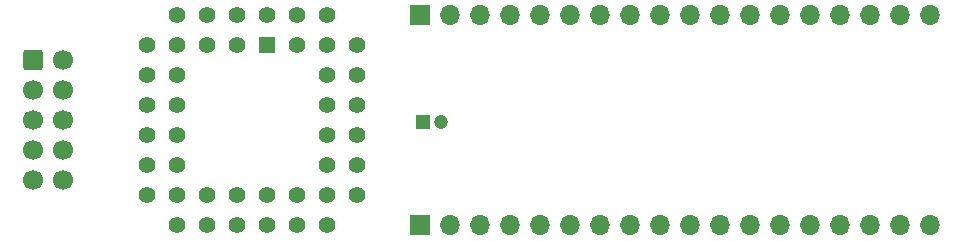
<source format=gts>
G04 #@! TF.GenerationSoftware,KiCad,Pcbnew,7.0.5-0*
G04 #@! TF.CreationDate,2023-07-03T20:49:06+02:00*
G04 #@! TF.ProjectId,atf1504_plcc44_breakout,61746631-3530-4345-9f70-6c636334345f,A*
G04 #@! TF.SameCoordinates,Original*
G04 #@! TF.FileFunction,Soldermask,Top*
G04 #@! TF.FilePolarity,Negative*
%FSLAX46Y46*%
G04 Gerber Fmt 4.6, Leading zero omitted, Abs format (unit mm)*
G04 Created by KiCad (PCBNEW 7.0.5-0) date 2023-07-03 20:49:06*
%MOMM*%
%LPD*%
G01*
G04 APERTURE LIST*
G04 Aperture macros list*
%AMRoundRect*
0 Rectangle with rounded corners*
0 $1 Rounding radius*
0 $2 $3 $4 $5 $6 $7 $8 $9 X,Y pos of 4 corners*
0 Add a 4 corners polygon primitive as box body*
4,1,4,$2,$3,$4,$5,$6,$7,$8,$9,$2,$3,0*
0 Add four circle primitives for the rounded corners*
1,1,$1+$1,$2,$3*
1,1,$1+$1,$4,$5*
1,1,$1+$1,$6,$7*
1,1,$1+$1,$8,$9*
0 Add four rect primitives between the rounded corners*
20,1,$1+$1,$2,$3,$4,$5,0*
20,1,$1+$1,$4,$5,$6,$7,0*
20,1,$1+$1,$6,$7,$8,$9,0*
20,1,$1+$1,$8,$9,$2,$3,0*%
G04 Aperture macros list end*
%ADD10C,1.200000*%
%ADD11R,1.200000X1.200000*%
%ADD12R,1.422400X1.422400*%
%ADD13C,1.422400*%
%ADD14C,1.700000*%
%ADD15RoundRect,0.250000X-0.600000X-0.600000X0.600000X-0.600000X0.600000X0.600000X-0.600000X0.600000X0*%
%ADD16R,1.700000X1.700000*%
%ADD17O,1.700000X1.700000*%
G04 APERTURE END LIST*
D10*
X131333401Y-62357000D03*
D11*
X129833401Y-62357000D03*
D12*
X116586000Y-55880000D03*
D13*
X114046000Y-53340000D03*
X114046000Y-55880000D03*
X111506000Y-53340000D03*
X111506000Y-55880000D03*
X108966000Y-53340000D03*
X106426000Y-55880000D03*
X108966000Y-55880000D03*
X106426000Y-58420000D03*
X108966000Y-58420000D03*
X106426000Y-60960000D03*
X108966000Y-60960000D03*
X106426000Y-63500000D03*
X108966000Y-63500000D03*
X106426000Y-66040000D03*
X108966000Y-66040000D03*
X106426000Y-68580000D03*
X108966000Y-71120000D03*
X108966000Y-68580000D03*
X111506000Y-71120000D03*
X111506000Y-68580000D03*
X114046000Y-71120000D03*
X114046000Y-68580000D03*
X116586000Y-71120000D03*
X116586000Y-68580000D03*
X119126000Y-71120000D03*
X119126000Y-68580000D03*
X121666000Y-71120000D03*
X124206000Y-68580000D03*
X121666000Y-68580000D03*
X124206000Y-66040000D03*
X121666000Y-66040000D03*
X124206000Y-63500000D03*
X121666000Y-63500000D03*
X124206000Y-60960000D03*
X121666000Y-60960000D03*
X124206000Y-58420000D03*
X121666000Y-58420000D03*
X124206000Y-55880000D03*
X121666000Y-53340000D03*
X121666000Y-55880000D03*
X119126000Y-53340000D03*
X119126000Y-55880000D03*
X116586000Y-53340000D03*
D14*
X99314000Y-67310000D03*
X96774000Y-67310000D03*
X99314000Y-64770000D03*
X96774000Y-64770000D03*
X99314000Y-62230000D03*
X96774000Y-62230000D03*
X99314000Y-59690000D03*
X96774000Y-59690000D03*
X99314000Y-57150000D03*
D15*
X96774000Y-57150000D03*
D16*
X129535000Y-71120000D03*
D17*
X132075000Y-71120000D03*
X134615000Y-71120000D03*
X137155000Y-71120000D03*
X139695000Y-71120000D03*
X142235000Y-71120000D03*
X144775000Y-71120000D03*
X147315000Y-71120000D03*
X149855000Y-71120000D03*
X152395000Y-71120000D03*
X154935000Y-71120000D03*
X157475000Y-71120000D03*
X160015000Y-71120000D03*
X162555000Y-71120000D03*
X165095000Y-71120000D03*
X167635000Y-71120000D03*
X170175000Y-71120000D03*
X172715000Y-71120000D03*
D16*
X129540000Y-53340000D03*
D17*
X132080000Y-53340000D03*
X134620000Y-53340000D03*
X137160000Y-53340000D03*
X139700000Y-53340000D03*
X142240000Y-53340000D03*
X144780000Y-53340000D03*
X147320000Y-53340000D03*
X149860000Y-53340000D03*
X152400000Y-53340000D03*
X154940000Y-53340000D03*
X157480000Y-53340000D03*
X160020000Y-53340000D03*
X162560000Y-53340000D03*
X165100000Y-53340000D03*
X167640000Y-53340000D03*
X170180000Y-53340000D03*
X172720000Y-53340000D03*
M02*

</source>
